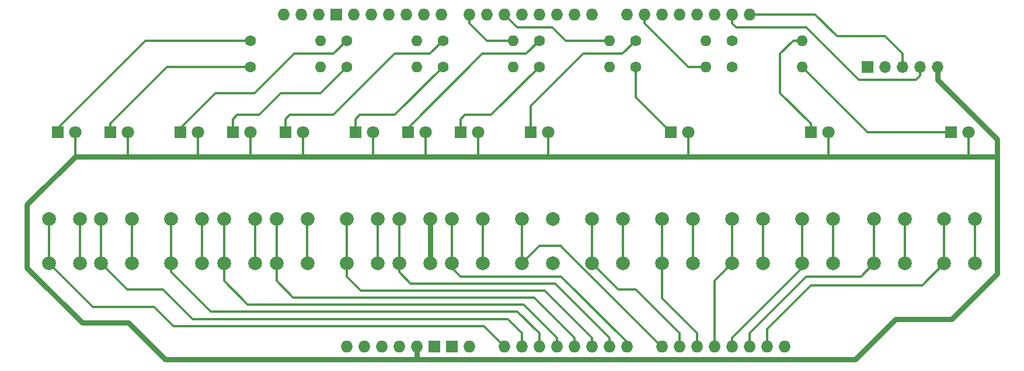
<source format=gbr>
G04 #@! TF.GenerationSoftware,KiCad,Pcbnew,8.0.0*
G04 #@! TF.CreationDate,2025-06-18T17:56:32-04:00*
G04 #@! TF.ProjectId,Kenbak_MEGA_10,4b656e62-616b-45f4-9d45-47415f31302e,rev?*
G04 #@! TF.SameCoordinates,Original*
G04 #@! TF.FileFunction,Copper,L2,Bot*
G04 #@! TF.FilePolarity,Positive*
%FSLAX46Y46*%
G04 Gerber Fmt 4.6, Leading zero omitted, Abs format (unit mm)*
G04 Created by KiCad (PCBNEW 8.0.0) date 2025-06-18 17:56:32*
%MOMM*%
%LPD*%
G01*
G04 APERTURE LIST*
G04 #@! TA.AperFunction,ComponentPad*
%ADD10C,2.000000*%
G04 #@! TD*
G04 #@! TA.AperFunction,ComponentPad*
%ADD11C,1.600000*%
G04 #@! TD*
G04 #@! TA.AperFunction,ComponentPad*
%ADD12O,1.600000X1.600000*%
G04 #@! TD*
G04 #@! TA.AperFunction,ComponentPad*
%ADD13R,1.800000X1.800000*%
G04 #@! TD*
G04 #@! TA.AperFunction,ComponentPad*
%ADD14C,1.800000*%
G04 #@! TD*
G04 #@! TA.AperFunction,ComponentPad*
%ADD15O,1.727200X1.727200*%
G04 #@! TD*
G04 #@! TA.AperFunction,ComponentPad*
%ADD16R,1.727200X1.727200*%
G04 #@! TD*
G04 #@! TA.AperFunction,ComponentPad*
%ADD17R,1.700000X1.700000*%
G04 #@! TD*
G04 #@! TA.AperFunction,ComponentPad*
%ADD18O,1.700000X1.700000*%
G04 #@! TD*
G04 #@! TA.AperFunction,Conductor*
%ADD19C,0.762000*%
G04 #@! TD*
G04 #@! TA.AperFunction,Conductor*
%ADD20C,0.380000*%
G04 #@! TD*
G04 APERTURE END LIST*
D10*
X216118000Y-76634200D03*
X216118000Y-83134200D03*
X211618000Y-76634200D03*
X211618000Y-83134200D03*
X147248000Y-76634200D03*
X147248000Y-83134200D03*
X142748000Y-76634200D03*
X142748000Y-83134200D03*
D11*
X121158000Y-54559200D03*
D12*
X131318000Y-54559200D03*
D11*
X149098000Y-54559200D03*
D12*
X159258000Y-54559200D03*
D13*
X144013000Y-64084200D03*
D14*
X146553000Y-64084200D03*
D10*
X154868000Y-76634200D03*
X154868000Y-83134200D03*
X150368000Y-76634200D03*
X150368000Y-83134200D03*
D13*
X126233000Y-64084200D03*
D14*
X128773000Y-64084200D03*
D10*
X160528000Y-83134200D03*
X160528000Y-76634200D03*
X165028000Y-83134200D03*
X165028000Y-76634200D03*
D13*
X202433000Y-64084200D03*
D14*
X204973000Y-64084200D03*
D10*
X205668000Y-76634200D03*
X205668000Y-83134200D03*
X201168000Y-76634200D03*
X201168000Y-83134200D03*
X129468000Y-76634200D03*
X129468000Y-83134200D03*
X124968000Y-76634200D03*
X124968000Y-83134200D03*
D11*
X163068000Y-50749200D03*
D12*
X173228000Y-50749200D03*
D13*
X222753000Y-64084200D03*
D14*
X225293000Y-64084200D03*
D13*
X93213000Y-64084200D03*
D14*
X95753000Y-64084200D03*
D10*
X121848000Y-76634200D03*
X121848000Y-83134200D03*
X117348000Y-76634200D03*
X117348000Y-83134200D03*
X226278000Y-76634200D03*
X226278000Y-83134200D03*
X221778000Y-76634200D03*
X221778000Y-83134200D03*
X114173000Y-76634200D03*
X114173000Y-83134200D03*
X109673000Y-76634200D03*
X109673000Y-83134200D03*
X104013000Y-76634200D03*
X104013000Y-83134200D03*
X99513000Y-76634200D03*
X99513000Y-83134200D03*
X139628000Y-76634200D03*
X139628000Y-83134200D03*
X135128000Y-76634200D03*
X135128000Y-83134200D03*
D11*
X191008000Y-54559200D03*
D12*
X201168000Y-54559200D03*
D13*
X182118000Y-64084200D03*
D14*
X184658000Y-64084200D03*
D11*
X135128000Y-54559200D03*
D12*
X145288000Y-54559200D03*
D11*
X191008000Y-50749200D03*
D12*
X201168000Y-50749200D03*
D11*
X135128000Y-50749200D03*
D12*
X145288000Y-50749200D03*
D13*
X136398000Y-64084200D03*
D14*
X138938000Y-64084200D03*
D13*
X118613000Y-64084200D03*
D14*
X121153000Y-64084200D03*
D13*
X100833000Y-64084200D03*
D14*
X103373000Y-64084200D03*
D10*
X185348000Y-76634200D03*
X185348000Y-83134200D03*
X180848000Y-76634200D03*
X180848000Y-83134200D03*
D11*
X177038000Y-50749200D03*
D12*
X187198000Y-50749200D03*
D15*
X135128000Y-95199200D03*
X142748000Y-95199200D03*
X145288000Y-95199200D03*
X157988000Y-95199200D03*
X160528000Y-95199200D03*
X163068000Y-95199200D03*
X165608000Y-95199200D03*
X168148000Y-95199200D03*
X170688000Y-95199200D03*
X173228000Y-95199200D03*
X175768000Y-95199200D03*
X180848000Y-95199200D03*
X183388000Y-95199200D03*
X185928000Y-95199200D03*
X188468000Y-95199200D03*
X191008000Y-95199200D03*
X193548000Y-95199200D03*
X196088000Y-95199200D03*
X198628000Y-95199200D03*
X131064000Y-46939200D03*
X170688000Y-46939200D03*
X168148000Y-46939200D03*
X165608000Y-46939200D03*
X163068000Y-46939200D03*
X160528000Y-46939200D03*
X157988000Y-46939200D03*
X155448000Y-46939200D03*
X152908000Y-46939200D03*
X148844000Y-46939200D03*
X146304000Y-46939200D03*
X143764000Y-46939200D03*
X141224000Y-46939200D03*
X138684000Y-46939200D03*
X136144000Y-46939200D03*
X175768000Y-46939200D03*
X178308000Y-46939200D03*
X180848000Y-46939200D03*
X183388000Y-46939200D03*
X185928000Y-46939200D03*
X188468000Y-46939200D03*
X191008000Y-46939200D03*
X193548000Y-46939200D03*
D16*
X133604000Y-46939200D03*
X147828000Y-95199200D03*
X150368000Y-95199200D03*
D15*
X137668000Y-95199200D03*
X140208000Y-95199200D03*
X125984000Y-46939200D03*
X128524000Y-46939200D03*
X152908000Y-95199200D03*
D10*
X96448000Y-76634200D03*
X96448000Y-83134200D03*
X91948000Y-76634200D03*
X91948000Y-83134200D03*
D13*
X151633000Y-64084200D03*
D14*
X154173000Y-64084200D03*
D10*
X195508000Y-76634200D03*
X195508000Y-83134200D03*
X191008000Y-76634200D03*
X191008000Y-83134200D03*
D11*
X177038000Y-54559200D03*
D12*
X187198000Y-54559200D03*
D11*
X163068000Y-54559200D03*
D12*
X173228000Y-54559200D03*
D11*
X149098000Y-50749200D03*
D12*
X159258000Y-50749200D03*
D11*
X121158000Y-50749200D03*
D12*
X131318000Y-50749200D03*
D10*
X170688000Y-83134200D03*
X170688000Y-76634200D03*
X175188000Y-83134200D03*
X175188000Y-76634200D03*
D13*
X161793000Y-64084200D03*
D14*
X164333000Y-64084200D03*
D17*
X210693000Y-54559200D03*
D18*
X213233000Y-54559200D03*
X215773000Y-54559200D03*
X218313000Y-54559200D03*
X220853000Y-54559200D03*
D13*
X110998000Y-64084200D03*
D14*
X113538000Y-64084200D03*
D19*
X147248000Y-83079200D02*
X147193000Y-83134200D01*
D20*
X104013000Y-76709200D02*
X104013000Y-83209200D01*
X216118000Y-76634200D02*
X216118000Y-83134200D01*
X226278000Y-76634200D02*
X226278000Y-83134200D01*
X129413000Y-76709200D02*
X129413000Y-83209200D01*
X154868000Y-76709200D02*
X154868000Y-83209200D01*
X175188000Y-76709200D02*
X175188000Y-83209200D01*
D19*
X147248000Y-76709200D02*
X147248000Y-83209200D01*
D20*
X139628000Y-76709200D02*
X139628000Y-83209200D01*
X185348000Y-76634200D02*
X185348000Y-83134200D01*
X121848000Y-76709200D02*
X121848000Y-83209200D01*
X96448000Y-76709200D02*
X96448000Y-83209200D01*
X195508000Y-76634200D02*
X195508000Y-83134200D01*
X205668000Y-76709200D02*
X205668000Y-83209200D01*
X114173000Y-76709200D02*
X114173000Y-83209200D01*
X191008000Y-48209200D02*
X191008000Y-46939200D01*
X201803000Y-48844200D02*
X191643000Y-48844200D01*
X209423000Y-56464200D02*
X201803000Y-48844200D01*
X218313000Y-55829200D02*
X217678000Y-56464200D01*
X217678000Y-56464200D02*
X209423000Y-56464200D01*
X218313000Y-54559200D02*
X218313000Y-55829200D01*
X191643000Y-48844200D02*
X191008000Y-48209200D01*
X213233000Y-50114200D02*
X215773000Y-52654200D01*
X215773000Y-52654200D02*
X215773000Y-54373956D01*
X215773000Y-54373956D02*
X215680378Y-54466578D01*
X206248000Y-50114200D02*
X213233000Y-50114200D01*
X193548000Y-46939200D02*
X203073000Y-46939200D01*
X203073000Y-46939200D02*
X206248000Y-50114200D01*
D19*
X96774000Y-91770200D02*
X88773000Y-83769200D01*
X145288000Y-97104200D02*
X208915000Y-97104200D01*
D20*
X121153000Y-67576700D02*
X121158000Y-67581700D01*
X95753000Y-64084200D02*
X95753000Y-67581700D01*
X225298000Y-67513200D02*
X225293000Y-67508200D01*
X128773000Y-64084200D02*
X128773000Y-67576700D01*
D19*
X138938000Y-67581700D02*
X128778000Y-67581700D01*
D20*
X103373000Y-67576700D02*
X103378000Y-67581700D01*
D19*
X229489000Y-84658200D02*
X229489000Y-65100200D01*
X154178000Y-67581700D02*
X146558000Y-67581700D01*
D20*
X121153000Y-64084200D02*
X121153000Y-67576700D01*
D19*
X88773000Y-74561700D02*
X95753000Y-67581700D01*
D20*
X164333000Y-64084200D02*
X164333000Y-67576700D01*
X154173000Y-67576700D02*
X154178000Y-67581700D01*
D19*
X164338000Y-67581700D02*
X154178000Y-67581700D01*
X184658000Y-67581700D02*
X164338000Y-67581700D01*
D20*
X184658000Y-64084200D02*
X184658000Y-67581700D01*
X154173000Y-64084200D02*
X154173000Y-67576700D01*
X146553000Y-64084200D02*
X146553000Y-67576700D01*
D19*
X229489000Y-67581700D02*
X204978000Y-67581700D01*
X145288000Y-97104200D02*
X108839000Y-97104200D01*
X103505000Y-91770200D02*
X96774000Y-91770200D01*
X88773000Y-83769200D02*
X88773000Y-74561700D01*
X128778000Y-67581700D02*
X121158000Y-67581700D01*
X121158000Y-67581700D02*
X113538000Y-67581700D01*
D20*
X164333000Y-67576700D02*
X164338000Y-67581700D01*
D19*
X208915000Y-97104200D02*
X214757000Y-91262200D01*
X204978000Y-67581700D02*
X184658000Y-67581700D01*
X145288000Y-95199200D02*
X145288000Y-97104200D01*
X146558000Y-67581700D02*
X138938000Y-67581700D01*
X229489000Y-65100200D02*
X220853000Y-56464200D01*
D20*
X128773000Y-67576700D02*
X128778000Y-67581700D01*
X138938000Y-64084200D02*
X138938000Y-67581700D01*
D19*
X103378000Y-67581700D02*
X95753000Y-67581700D01*
X214757000Y-91262200D02*
X222885000Y-91262200D01*
X108839000Y-97104200D02*
X103505000Y-91770200D01*
D20*
X225293000Y-67508200D02*
X225293000Y-64084200D01*
D19*
X113538000Y-67581700D02*
X103378000Y-67581700D01*
X222885000Y-91262200D02*
X229489000Y-84658200D01*
D20*
X103373000Y-64084200D02*
X103373000Y-67576700D01*
D19*
X220853000Y-56464200D02*
X220853000Y-54559200D01*
D20*
X146553000Y-67576700D02*
X146558000Y-67581700D01*
X113538000Y-64084200D02*
X113538000Y-67581700D01*
X204973000Y-67576700D02*
X204978000Y-67581700D01*
X204973000Y-64084200D02*
X204973000Y-67576700D01*
X152908000Y-48209200D02*
X155448000Y-50749200D01*
X155448000Y-50749200D02*
X159258000Y-50749200D01*
X152908000Y-46939200D02*
X152908000Y-48209200D01*
X112776000Y-91262200D02*
X158496000Y-91262200D01*
X103323000Y-86944200D02*
X108458000Y-86944200D01*
X99513000Y-76709200D02*
X99513000Y-83209200D01*
X158496000Y-91262200D02*
X160528000Y-93294200D01*
X99513000Y-83134200D02*
X103323000Y-86944200D01*
X108458000Y-86944200D02*
X112776000Y-91262200D01*
X160528000Y-93294200D02*
X160528000Y-95199200D01*
X150368000Y-76709200D02*
X150368000Y-83209200D01*
X175768000Y-94564200D02*
X175768000Y-95199200D01*
X166243000Y-85039200D02*
X175768000Y-94564200D01*
X150368000Y-83769200D02*
X151638000Y-85039200D01*
X151638000Y-85039200D02*
X166243000Y-85039200D01*
X150368000Y-83134200D02*
X150368000Y-83769200D01*
X170688000Y-76784200D02*
X170688000Y-83284200D01*
X174498000Y-86944200D02*
X177038000Y-86944200D01*
X170688000Y-83134200D02*
X174498000Y-86944200D01*
X177038000Y-86944200D02*
X183388000Y-93294200D01*
X183388000Y-93294200D02*
X183388000Y-95199200D01*
X142748000Y-84404200D02*
X144399000Y-86055200D01*
X165354000Y-86055200D02*
X173228000Y-93929200D01*
X142748000Y-76709200D02*
X142748000Y-83209200D01*
X173228000Y-93929200D02*
X173228000Y-95199200D01*
X144399000Y-86055200D02*
X165354000Y-86055200D01*
X142748000Y-83134200D02*
X142748000Y-84404200D01*
X124968000Y-85674200D02*
X127381000Y-88087200D01*
X124968000Y-83134200D02*
X124968000Y-85674200D01*
X127381000Y-88087200D02*
X162306000Y-88087200D01*
X168148000Y-93929200D02*
X168148000Y-95199200D01*
X162306000Y-88087200D02*
X168148000Y-93929200D01*
X124968000Y-76634200D02*
X124968000Y-83134200D01*
X117348000Y-76709200D02*
X117348000Y-83209200D01*
X165608000Y-93929200D02*
X165608000Y-95199200D01*
X160782000Y-89103200D02*
X165608000Y-93929200D01*
X117348000Y-83134200D02*
X117348000Y-85674200D01*
X117348000Y-85674200D02*
X120777000Y-89103200D01*
X120777000Y-89103200D02*
X160782000Y-89103200D01*
X159893000Y-48844200D02*
X164973000Y-48844200D01*
X164973000Y-48844200D02*
X166878000Y-50749200D01*
X166878000Y-50749200D02*
X173228000Y-50749200D01*
X157988000Y-46939200D02*
X159893000Y-48844200D01*
X166243000Y-80594200D02*
X166243000Y-80654957D01*
X166243000Y-80654957D02*
X180787243Y-95199200D01*
X163068000Y-80594200D02*
X166243000Y-80594200D01*
X160528000Y-83134200D02*
X163068000Y-80594200D01*
X160528000Y-76709200D02*
X160528000Y-83209200D01*
X180787243Y-95199200D02*
X180848000Y-95199200D01*
X211618000Y-76709200D02*
X211618000Y-83209200D01*
X209713000Y-85039200D02*
X201803000Y-85039200D01*
X211618000Y-83134200D02*
X209713000Y-85039200D01*
X201803000Y-85039200D02*
X193548000Y-93294200D01*
X193548000Y-93294200D02*
X193548000Y-95199200D01*
X202438000Y-86309200D02*
X196088000Y-92659200D01*
X221778000Y-76634200D02*
X221778000Y-83134200D01*
X221778000Y-83134200D02*
X218603000Y-86309200D01*
X196088000Y-92659200D02*
X196088000Y-95199200D01*
X218603000Y-86309200D02*
X202438000Y-86309200D01*
X135128000Y-76709200D02*
X135128000Y-83209200D01*
X170688000Y-93929200D02*
X170688000Y-95199200D01*
X135128000Y-83134200D02*
X135128000Y-83209200D01*
X135128000Y-85039200D02*
X137160000Y-87071200D01*
X137160000Y-87071200D02*
X163830000Y-87071200D01*
X163830000Y-87071200D02*
X170688000Y-93929200D01*
X135128000Y-83209200D02*
X135128000Y-85039200D01*
X109673000Y-84349200D02*
X115443000Y-90119200D01*
X109673000Y-76634200D02*
X109673000Y-83134200D01*
X159893000Y-90119200D02*
X163068000Y-93294200D01*
X163068000Y-93294200D02*
X163068000Y-95199200D01*
X109673000Y-83134200D02*
X109673000Y-84349200D01*
X115443000Y-90119200D02*
X159893000Y-90119200D01*
X178308000Y-48209200D02*
X184658000Y-54559200D01*
X178308000Y-46939200D02*
X178308000Y-48209200D01*
X184658000Y-54559200D02*
X187198000Y-54559200D01*
X91948000Y-83134200D02*
X98298000Y-89484200D01*
X107188000Y-89484200D02*
X109982000Y-92278200D01*
X91948000Y-76709200D02*
X91948000Y-83209200D01*
X155067000Y-92278200D02*
X157988000Y-95199200D01*
X98298000Y-89484200D02*
X107188000Y-89484200D01*
X109982000Y-92278200D02*
X155067000Y-92278200D01*
X191008000Y-76709200D02*
X191008000Y-83209200D01*
X188468000Y-85674200D02*
X188468000Y-95199200D01*
X191008000Y-83134200D02*
X188468000Y-85674200D01*
X191008000Y-93929200D02*
X191008000Y-95199200D01*
X201168000Y-76709200D02*
X201168000Y-83209200D01*
X201168000Y-83769200D02*
X191008000Y-93929200D01*
X201168000Y-83134200D02*
X201168000Y-83769200D01*
X185928000Y-93294200D02*
X185928000Y-95199200D01*
X180848000Y-88214200D02*
X185928000Y-93294200D01*
X180848000Y-83134200D02*
X180848000Y-88214200D01*
X180848000Y-76634200D02*
X180848000Y-83134200D01*
X105915500Y-50749200D02*
X121158000Y-50749200D01*
X93213000Y-64084200D02*
X93213000Y-63451700D01*
X93213000Y-63451700D02*
X105915500Y-50749200D01*
X100833000Y-64084200D02*
X100833000Y-62819200D01*
X100833000Y-62819200D02*
X109093000Y-54559200D01*
X109093000Y-54559200D02*
X121158000Y-54559200D01*
X110998000Y-64084200D02*
X110998000Y-63449200D01*
X116078000Y-58369200D02*
X121793000Y-58369200D01*
X127508000Y-52654200D02*
X133223000Y-52654200D01*
X121793000Y-58369200D02*
X127508000Y-52654200D01*
X110998000Y-63449200D02*
X116078000Y-58369200D01*
X110998000Y-64719200D02*
X110998000Y-64084200D01*
X133223000Y-52654200D02*
X135128000Y-50749200D01*
X122428000Y-61544200D02*
X125603000Y-58369200D01*
X125603000Y-58369200D02*
X131318000Y-58369200D01*
X118613000Y-62184200D02*
X119253000Y-61544200D01*
X118613000Y-64084200D02*
X118613000Y-62184200D01*
X119253000Y-61544200D02*
X122428000Y-61544200D01*
X131318000Y-58369200D02*
X135128000Y-54559200D01*
X133223000Y-61544200D02*
X142113000Y-52654200D01*
X126233000Y-62189200D02*
X126878000Y-61544200D01*
X142113000Y-52654200D02*
X147193000Y-52654200D01*
X126233000Y-64084200D02*
X126233000Y-62189200D01*
X147193000Y-52654200D02*
X149098000Y-50749200D01*
X126878000Y-61544200D02*
X133223000Y-61544200D01*
X137033000Y-61544200D02*
X142113000Y-61544200D01*
X136398000Y-62179200D02*
X137033000Y-61544200D01*
X142113000Y-61544200D02*
X149098000Y-54559200D01*
X136398000Y-64084200D02*
X136398000Y-62179200D01*
X144013000Y-64084200D02*
X144013000Y-63454200D01*
X154813000Y-52654200D02*
X161163000Y-52654200D01*
X144013000Y-63454200D02*
X154813000Y-52654200D01*
X161163000Y-52654200D02*
X163068000Y-50749200D01*
X156083000Y-61544200D02*
X163068000Y-54559200D01*
X151633000Y-62184200D02*
X152273000Y-61544200D01*
X151633000Y-64084200D02*
X151633000Y-62184200D01*
X152273000Y-61544200D02*
X156083000Y-61544200D01*
X175133000Y-52654200D02*
X177038000Y-50749200D01*
X161793000Y-64084200D02*
X161793000Y-60279200D01*
X169418000Y-52654200D02*
X175133000Y-52654200D01*
X161793000Y-60279200D02*
X169418000Y-52654200D01*
X182118000Y-64719200D02*
X182118000Y-64084200D01*
X177038000Y-59004200D02*
X177038000Y-54559200D01*
X182118000Y-64084200D02*
X177038000Y-59004200D01*
X202433000Y-64084200D02*
X202433000Y-62809200D01*
X199898000Y-50749200D02*
X201168000Y-50749200D01*
X197993000Y-58369200D02*
X197993000Y-52654200D01*
X197993000Y-52654200D02*
X199898000Y-50749200D01*
X202433000Y-62809200D02*
X197993000Y-58369200D01*
X210693000Y-64084200D02*
X201168000Y-54559200D01*
X222753000Y-64084200D02*
X210693000Y-64084200D01*
M02*

</source>
